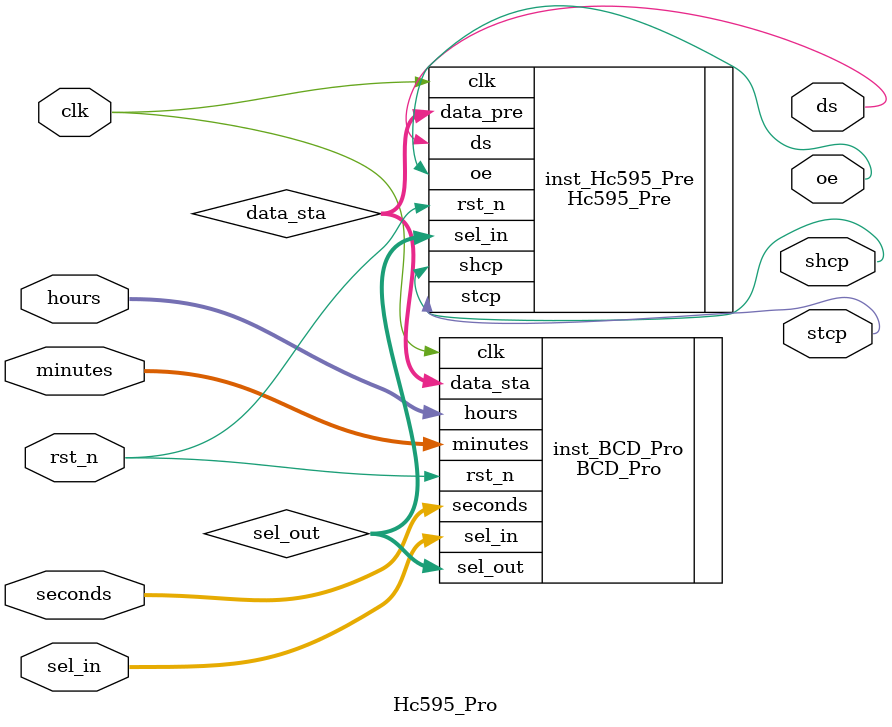
<source format=v>
module Hc595_Pro (
	input clk,
	input rst_n,
	input [7:0] hours,
	input [7:0] minutes,
	input [7:0] seconds,
	input [5:0] sel_in,
	output ds,
	output shcp,
	output stcp,
	output oe
);
	
	wire [7:0] data_sta;
	wire [5:0] sel_out;

	BCD_Pro inst_BCD_Pro (
		.clk(clk),
		.rst_n(rst_n),
		.hours(hours),
		.minutes(minutes),
		.seconds(seconds),
		.sel_in(sel_in),
		.data_sta(data_sta),	//这里指的是一个sel_out周期内的对应数码管的标准码元格式
		.sel_out(sel_out)
	);

	Hc595_Pre inst_Hc595_Pre (
		.clk(clk),
		.rst_n(rst_n),
		.data_pre(data_sta),
		.sel_in(sel_out),
		.ds(ds),
		.shcp(shcp),
		.stcp(stcp),
		.oe(oe)
	);

endmodule

</source>
